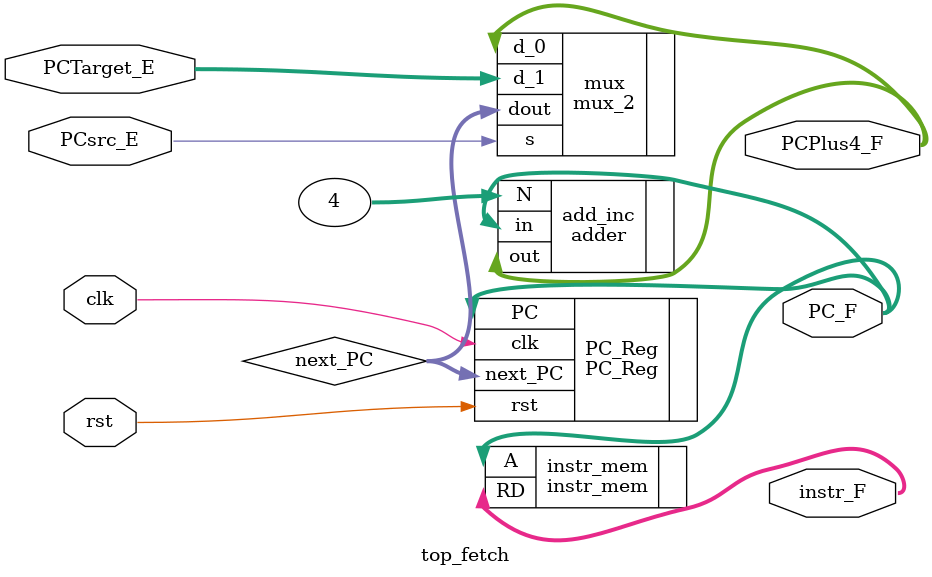
<source format=sv>
module  top_fetch #(
    parameter WIDTH = 32
) (
    input logic clk,
    input logic rst,
    input logic PCsrc_E,
    input logic [WIDTH-1:0] PCTarget_E,
    output logic [WIDTH-1:0] instr_F,
    output logic [WIDTH-1:0] PC_F,
    output logic [WIDTH-1:0] PCPlus4_F
);

logic [WIDTH-1:0] next_PC;

adder add_inc(
    .in(PC_F),
    .N(32'd4),
    .out(PCPlus4_F)
);

mux_2 mux(
    .d_0(PCPlus4_F),
    .d_1(PCTarget_E),
    .s(PCsrc_E),
    .dout(next_PC)
);

PC_Reg PC_Reg(
    .clk(clk),
    .rst(rst),
    .next_PC(next_PC),
    .PC(PC_F)
);

instr_mem instr_mem(
    .A(PC_F),
    .RD(instr_F)
);

endmodule

</source>
